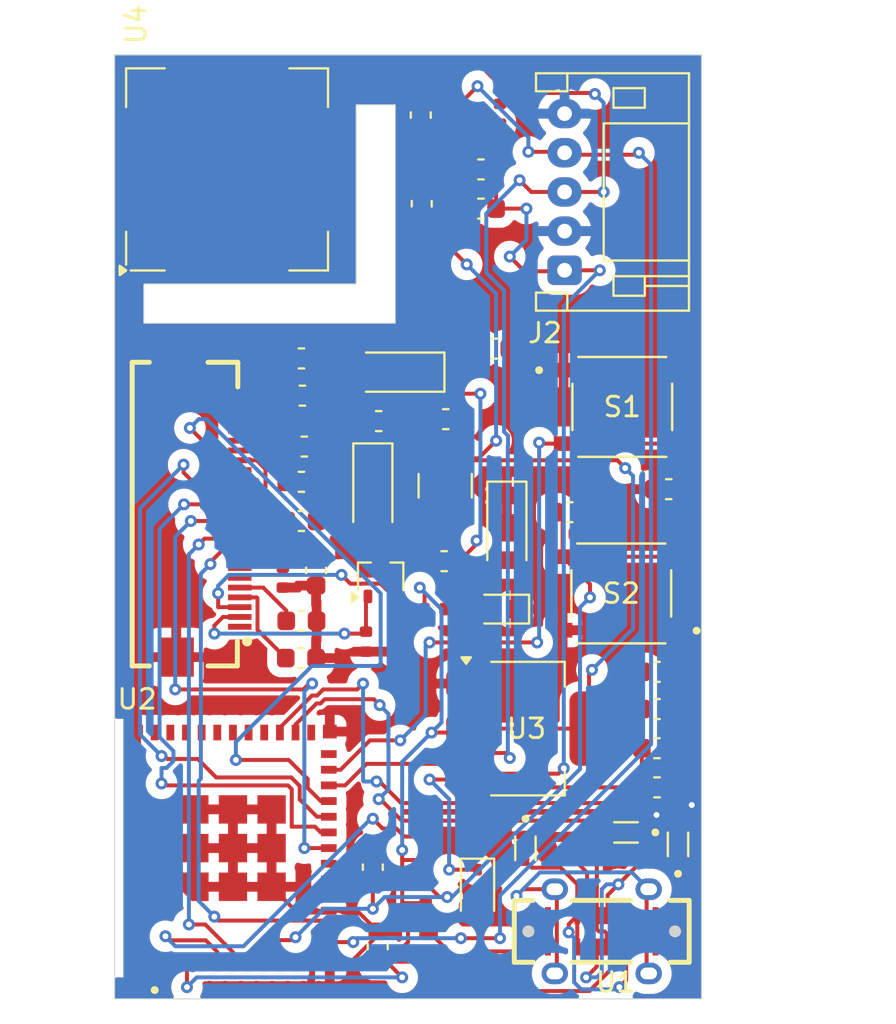
<source format=kicad_pcb>
(kicad_pcb (version 20241229) (generator "pcbnew") (generator_version "9.0")
  (layers (0 "F.Cu" signal) (2 "B.Cu" signal) (13 "F.Paste" user) (15 "B.Paste" user) (5 "F.SilkS" user "F.Silkscreen") (7 "B.SilkS" user "B.Silkscreen") (1 "F.Mask" user) (3 "B.Mask" user) (25 "Edge.Cuts" user))
  (net 0 "")
  (net 1 "GND")
  (net 2 "PREVGH")
  (net 3 "+3.3V")
  (net 4 "PREVGL")
  (net 5 "+5V")
  (net 6 "GPIO9")
  (net 7 "CHIP_PU")
  (net 8 "VBUS")
  (net 9 "D-")
  (net 10 "D+")
  (net 11 "SCL")
  (net 12 "SDA")
  (net 13 "SCLK")
  (net 14 "DC")
  (net 15 "CS")
  (net 16 "RES")
  (net 17 "GDR")
  (net 18 "BUSY")
  (net 19 "SDI")
  (net 20 "RESE")
  (net 21 "GPIO2")
  (net 22 "Net-(U1-CC1)")
  (net 23 "Net-(U1-CC2)")
  (net 25 "unconnected-(U1-EH-Pad0)")
  (net 30 "Net-(FPC1-Pad8)")
  (net 32 "Net-(C12-Pad2)")
  (net 33 "Net-(C14-Pad2)")
  (net 34 "Net-(D10-K)")
  (net 35 "Net-(D12-A)")
  (net 36 "Net-(C20-Pad2)")
  (net 37 "Net-(C21-Pad1)")
  (net 38 "Net-(C22-Pad1)")
  (net 39 "Net-(C23-Pad2)")
  (net 40 "Net-(C24-Pad2)")
  (net 41 "Net-(C25-Pad2)")
  (net 42 "Net-(D9-A)")
  (footprint "Library:FPC-SMD_24P-P0.50_FPC-05FB-24PH20" (layer "F.Cu") (at 91.775 94.25 -90)
    (property "Reference" "FPC1" (hide yes))
    (property "Value" "~")
  )
  (footprint "Capacitor_SMD:C_0603_1608Metric" (layer "F.Cu") (at 103.925 89.4 180)
    (property "Reference" "C18" (hide yes))
    (property "Value" "4.7uf/25V")
  )
  (footprint "Capacitor_SMD:C_0603_1608Metric" (layer "F.Cu") (at 103.85 96.65 180)
    (property "Reference" "C17" (hide yes))
    (property "Value" "4.7uf/25V")
  )
  (footprint "Capacitor_SMD:C_0603_1608Metric" (layer "F.Cu") (at 100.2 112.275 -90)
    (property "Reference" "C4" (hide yes))
    (property "Value" "1uf/50V")
  )
  (footprint "Capacitor_SMD:C_0603_1608Metric" (layer "F.Cu") (at 96.55 94.6)
    (property "Reference" "C21" (hide yes))
    (property "Value" "1uf/50V")
  )
  (footprint "LED_SMD:LED_0603_1608Metric" (layer "F.Cu") (at 106.7 99.1 180)
    (property "Reference" "D9" (hide yes))
    (property "Value" "LED")
  )
  (footprint "Sensor:Sensirion_SCD4x-1EP_10.1x10.1mm_P1.25mm_EP4.8x4.8mm" (layer "F.Cu") (at 92.75 76.65 90)
    (property "Reference" "U4")
    (property "Value" "SCD40-D-R1")
  )
  (footprint "Diode_SMD:D_SOD-323" (layer "F.Cu") (at 105.55 113.45 -90)
    (property "Reference" "D5" (hide yes))
    (property "Value" "1N5819WS")
  )
  (footprint "Capacitor_SMD:C_0603_1608Metric" (layer "F.Cu") (at 97.3 97.125 90)
    (property "Reference" "C20" (hide yes))
    (property "Value" "1uf/50V")
  )
  (footprint "Capacitor_SMD:C_0603_1608Metric" (layer "F.Cu") (at 106.4 85.8)
    (property "Reference" "C13" (hide yes))
    (property "Value" "4.7uf/25V")
  )
  (footprint "Connector_JST:JST_PH_S5B-PH-K_1x05_P2.00mm_Horizontal" (layer "F.Cu") (at 110 81.8 90)
    (property "Reference" "J2")
    (property "Value" "Conn_01x05")
  )
  (footprint "Diode_SMD:D_SOD-123" (layer "F.Cu") (at 107.05 94.95 -90)
    (property "Reference" "D11" (hide yes))
    (property "Value" "MBR0530")
  )
  (footprint "Resistor_SMD:R_0402_1005Metric" (layer "F.Cu") (at 99.85 100.76 90)
    (property "Reference" "R11" (hide yes))
    (property "Value" "10kR")
  )
  (footprint "Capacitor_SMD:C_0603_1608Metric" (layer "F.Cu") (at 102.7 78.4 90)
    (property "Reference" "C16" (hide yes))
    (property "Value" "4.7uf/25V")
  )
  (footprint "Capacitor_SMD:C_0603_1608Metric" (layer "F.Cu") (at 96.55 86.3 180)
    (property "Reference" "C25" (hide yes))
    (property "Value" "1uf/50V")
  )
  (footprint "Diode_SMD:D_SOD-123" (layer "F.Cu") (at 101.5 87 180)
    (property "Reference" "D10" (hide yes))
    (property "Value" "MBR0530")
  )
  (footprint "Resistor_SMD:R_0402_1005Metric" (layer "F.Cu") (at 110.35 111.24 -90)
    (property "Reference" "R5" (hide yes))
    (property "Value" "5kR")
  )
  (footprint "Capacitor_SMD:C_0603_1608Metric" (layer "F.Cu") (at 114.725 108.2)
    (property "Reference" "C7" (hide yes))
    (property "Value" "0.1uf/50V")
  )
  (footprint "Resistor_SMD:R_0402_1005Metric" (layer "F.Cu") (at 102.9 111.4 -90)
    (property "Reference" "R3" (hide yes))
    (property "Value" "10kR")
  )
  (footprint "Capacitor_SMD:C_0603_1608Metric" (layer "F.Cu") (at 100.5 89.5)
    (property "Reference" "C19" (hide yes))
    (property "Value" "4.7uf/25V")
  )
  (footprint "Capacitor_SMD:C_0603_1608Metric" (layer "F.Cu") (at 110.2625 94.15)
    (property "Reference" "C5" (hide yes))
    (property "Value" "0.1uf/50V")
  )
  (footprint "Capacitor_SMD:C_0603_1608Metric" (layer "F.Cu") (at 115.325 92.975 180)
    (property "Reference" "C3" (hide yes))
    (property "Value" "0.1uf/50V")
  )
  (footprint "Capacitor_SMD:C_0603_1608Metric" (layer "F.Cu") (at 96.6 88.2 180)
    (property "Reference" "C24" (hide yes))
    (property "Value" "4.7uf/25V")
  )
  (footprint "Resistor_SMD:R_0402_1005Metric" (layer "F.Cu") (at 101.35 100.76 90)
    (property "Reference" "R12" (hide yes))
    (property "Value" "0.47R")
  )
  (footprint "Capacitor_SMD:C_0603_1608Metric" (layer "F.Cu") (at 96.55 92.6)
    (property "Reference" "C22" (hide yes))
    (property "Value" "1uf/50V")
  )
  (footprint "custom_footprints:XCVR_ESP32-C3-MINI-1-N4" (layer "F.Cu") (at 90.35 111.3 90)
    (property "Reference" "U2")
    (property "Value" "ESP32-C3-MINI-1-N4")
  )
  (footprint "custom_footprints:TVS_LESD5D5.0CT1G" (layer "F.Cu") (at 108 111.31 -90)
    (property "Reference" "D6" (hide yes))
    (property "Value" "LESD5D5.0CT1G")
  )
  (footprint "custom_footprints:SW_TS-1187A-B-A-B" (layer "F.Cu") (at 112.9 98.3 180)
    (property "Reference" "S2")
    (property "Value" "TS-1187A-B-A-B")
  )
  (footprint "Package_TO_SOT_SMD:SOT-323_SC-70" (layer "F.Cu") (at 100.6 97.45 90)
    (property "Reference" "Q1" (hide yes))
    (property "Value" "Si1308EDL")
  )
  (footprint "Resistor_SMD:R_0402_1005Metric" (layer "F.Cu") (at 103.3525 99.1 180)
    (property "Reference" "R6" (hide yes))
    (property "Value" "10kR")
  )
  (footprint "Capacitor_SMD:C_0603_1608Metric" (layer "F.Cu") (at 105.725 76.65)
    (property "Reference" "C10" (hide yes))
    (property "Value" "4.7uf/25V")
  )
  (footprint "Resistor_SMD:R_0402_1005Metric" (layer "F.Cu") (at 104.8 73.85 -90)
    (property "Reference" "R7" (hide yes))
    (property "Value" "10kR")
  )
  (footprint "Resistor_SMD:R_0402_1005Metric" (layer "F.Cu") (at 105.6 117.2)
    (property "Reference" "R4" (hide yes))
    (property "Value" "5kR")
  )
  (footprint "Capacitor_SMD:C_0603_1608Metric" (layer "F.Cu") (at 96.7 90.8 180)
    (property "Reference" "C23" (hide yes))
    (property "Value" "4.7uf/25V")
  )
  (footprint "Capacitor_SMD:C_0603_1608Metric" (layer "F.Cu") (at 114.725 104.2 180)
    (property "Reference" "C9" (hide yes))
    (property "Value" "10uf/25V")
  )
  (footprint "Package_TO_SOT_SMD:SOT-223-3_TabPin2" (layer "F.Cu") (at 108.1 105.2)
    (property "Reference" "U3")
    (property "Value" "AMS1117-3.3")
  )
  (footprint "Capacitor_SMD:C_0603_1608Metric" (layer "F.Cu") (at 114.725 102.3)
    (property "Reference" "C8" (hide yes))
    (property "Value" "0.1uf/50V")
  )
  (footprint "custom_footprints:TVS_LESD5D5.0CT1G" (layer "F.Cu") (at 115.8 111.11 90)
    (property "Reference" "D7" (hide yes))
    (property "Value" "LESD5D5.0CT1G")
  )
  (footprint "Capacitor_SMD:C_0603_1608Metric" (layer "F.Cu") (at 103.05 116.325 -90)
    (property "Reference" "C1" (hide yes))
    (property "Value" "10uf/25V")
  )
  (footprint "Inductor_SMD:L_1210_3225Metric" (layer "F.Cu") (at 103.9 92.8 -90)
    (property "Reference" "L1" (hide yes))
    (property "Value" "10uH/1A")
  )
  (footprint "Capacitor_SMD:C_0603_1608Metric" (layer "F.Cu") (at 96.55 99.7 180)
    (property "Reference" "C14" (hide yes))
    (property "Value" "4.7uf/25V")
  )
  (footprint "Capacitor_SMD:C_0603_1608Metric" (layer "F.Cu") (at 96.525 101.6 180)
    (property "Reference" "C12" (hide yes))
    (property "Value" "4.7uf/25V")
  )
  (footprint "Resistor_SMD:R_0402_1005Metric" (layer "F.Cu") (at 102.9 113.6 -90)
    (property "Reference" "R1" (hide yes))
    (property "Value" "10kR")
  )
  (footprint "Resistor_SMD:R_0402_1005Metric" (layer "F.Cu") (at 106.7 73.81 -90)
    (property "Reference" "R8" (hide yes))
    (property "Value" "10kR")
  )
  (footprint "Capacitor_SMD:C_0603_1608Metric" (layer "F.Cu") (at 102.65 73.875 -90)
    (property "Reference" "C15" (hide yes))
    (property "Value" "0.1uf/50V")
  )
  (footprint "Capacitor_SMD:C_0603_1608Metric" (layer "F.Cu") (at 105.725 78.65 180)
    (property "Reference" "C11" (hide yes))
    (property "Value" "0.1uf/50V")
  )
  (footprint "Capacitor_SMD:C_0603_1608Metric" (layer "F.Cu") (at 100.45 116.325 90)
    (property "Reference" "C2" (hide yes))
    (property "Value" "0.1uf/50V")
  )
  (footprint "Capacitor_SMD:C_0603_1608Metric" (layer "F.Cu") (at 114.725 106.2 180)
    (property "Reference" "C6" (hide yes))
    (property "Value" "10uf/25V")
  )
  (footprint "Resistor_SMD:R_0402_1005Metric" (layer "F.Cu") (at 95.6 97.49 -90)
    (property "Reference" "R9" (hide yes))
    (property "Value" "3R")
  )
  (footprint "custom_footprints:TVS_LESD5D5.0CT1G" (layer "F.Cu") (at 113.14 110.5 180)
    (property "Reference" "D8" (hide yes))
    (property "Value" "LESD5D5.0CT1G")
  )
  (footprint "custom_footprints:SW_TS-1187A-B-A-B" (layer "F.Cu") (at 112.95 88.775)
    (property "Reference" "S1")
    (property "Value" "TS-1187A-B-A-B")
  )
  (footprint "Diode_SMD:D_SOD-123" (layer "F.Cu") (at 100.2 93 -90)
    (property "Reference" "D12" (hide yes))
    (property "Value" "MBR0530")
  )
  (footprint "USBC_SMD_VERTICAL:TYPE-C-SMD_USB4120-03-C" (layer "F.Cu") (at 111.9 115.55)
    (property "Reference" "U1")
    (property "Value" "~")
    (fp_poly (pts (xy -3.452567 -0.039158) (xy -3.472836 -0.114805) (xy -3.511994 -0.182628) (xy -3.567372 -0.238006) (xy -3.635195 -0.277164) (xy -3.710842 -0.297433) (xy -3.789158 -0.297433) (xy -3.864805 -0.277164) (xy -3.932628 -0.238006) (xy -3.988006 -0.182628) (xy -4.027164 -0.114805) (xy -4.047433 -0.039158) (xy -4.047433 0.039158) (xy -4.027164 0.114805) (xy -3.988006 0.182628) (xy -3.932628 0.238006) (xy -3.864805 0.277164) (xy -3.789158 0.297433) (xy -3.710842 0.297433) (xy -3.635195 0.277164) (xy -3.567372 0.238006) (xy -3.511994 0.182628) (xy -3.472836 0.114805) (xy -3.452567 0.039158)) (fill yes) (layer "Edge.Cuts"))
    (fp_poly (pts (xy 4.047433 -0.039158) (xy 4.027164 -0.114805) (xy 3.988006 -0.182628) (xy 3.932628 -0.238006) (xy 3.864805 -0.277164) (xy 3.789158 -0.297433) (xy 3.710842 -0.297433) (xy 3.635195 -0.277164) (xy 3.567372 -0.238006) (xy 3.511994 -0.182628) (xy 3.472836 -0.114805) (xy 3.452567 -0.039158) (xy 3.452567 0.039158) (xy 3.472836 0.114805) (xy 3.511994 0.182628) (xy 3.567372 0.238006) (xy 3.635195 0.277164) (xy 3.710842 0.297433) (xy 3.789158 0.297433) (xy 3.864805 0.277164) (xy 3.932628 0.238006) (xy 3.988006 0.182628) (xy 4.027164 0.114805) (xy 4.047433 0.039158)) (fill yes) (layer "Edge.Cuts"))
  )
  (gr_line (start 117 119) (end 87 119) (stroke (width 0.05)) (layer "Edge.Cuts"))
  (gr_line (start 88.5 82.5) (end 88.5 84.5) (stroke (width 0.05)) (layer "Edge.Cuts"))
  (gr_line (start 87 119) (end 87 70.8) (stroke (width 0.05)) (layer "Edge.Cuts"))
  (gr_line (start 101.35 84.5) (end 101.35 73.35) (stroke (width 0.05)) (layer "Edge.Cuts"))
  (gr_line (start 87 70.8) (end 117 70.8) (stroke (width 0.05)) (layer "Edge.Cuts"))
  (gr_line (start 99.35 82.5) (end 88.5 82.5) (stroke (width 0.05)) (layer "Edge.Cuts"))
  (gr_line (start 88.5 84.5) (end 101.35 84.5) (stroke (width 0.05)) (layer "Edge.Cuts"))
  (gr_line (start 101.35 73.35) (end 99.35 73.35) (stroke (width 0.05)) (layer "Edge.Cuts"))
  (gr_line (start 117 70.8) (end 117 119) (stroke (width 0.05)) (layer "Edge.Cuts"))
  (gr_line (start 99.35 73.35) (end 99.35 82.5) (stroke (width 0.05)) (layer "Edge.Cuts"))
  (segment (start 107.960004 114.75) (end 109.15 114.75) (width 0.2032) (layer "F.Cu") (net 1))
  (segment (start 93.4 92) (end 92.2 92) (width 0.2032) (layer "F.Cu") (net 1))
  (segment (start 108 110.65) (end 108 110.844684) (width 0.2032) (layer "F.Cu") (net 1))
  (segment (start 105.09 117.2) (end 105.7158 116.5742) (width 0.2032) (layer "F.Cu") (net 1))
  (segment (start 107.510004 115.2) (end 107.960004 114.75) (width 0.2032) (layer "F.Cu") (net 1))
  (segment (start 98.95 117.25) (end 100.45 115.75) (width 0.2032) (layer "F.Cu") (net 1))
  (segment (start 115.6 108.2) (end 116.5 109.1) (width 0.2032) (layer "F.Cu") (net 1))
  (segment (start 108.9258 116.5742) (end 109.15 116.35) (width 0.2032) (layer "F.Cu") (net 1))
  (segment (start 96.25 114.5) (end 95.025 113.275) (width 0.2032) (layer "F.Cu") (net 1))
  (segment (start 98 117.25) (end 98.95 117.25) (width 0.2032) (layer "F.Cu") (net 1))
  (segment (start 100.45 115.75) (end 100.45 115.55) (width 0.2032) (layer "F.Cu") (net 1))
  (segment (start 115.5 108.2) (end 115.6 108.2) (width 0.2032) (layer "F.Cu") (net 1))
  (segment (start 97.1 117.25) (end 97.05 117.2) (width 0.2032) (layer "F.Cu") (net 1))
  (segment (start 104.7 114.144684) (end 104.7 115.1) (width 0.2032) (layer "F.Cu") (net 1))
  (segment (start 98 117.25) (end 97.1 117.25) (width 0.2032) (layer "F.Cu") (net 1))
  (segment (start 114.6902 109.6098) (end 113.8 110.5) (width 0.2032) (layer "F.Cu") (net 1))
  (segment (start 97.95 114.5) (end 96.25 114.5) (width 0.2032) (layer "F.Cu") (net 1))
  (segment (start 105.7158 116.5742) (end 108.9258 116.5742) (width 0.2032) (layer "F.Cu") (net 1))
  (segment (start 108 110.844684) (end 104.7 114.144684) (width 0.2032) (layer "F.Cu") (net 1))
  (segment (start 104.7 115.1) (end 104.8 115.2) (width 0.2032) (layer "F.Cu") (net 1))
  (segment (start 104.8 115.2) (end 107.510004 115.2) (width 0.2032) (layer "F.Cu") (net 1))
  (segment (start 105.09 117.2) (end 104.7 117.2) (width 0.2032) (layer "F.Cu") (net 1))
  (segment (start 99.4 114.5) (end 97.95 114.5) (width 0.2032) (layer "F.Cu") (net 1))
  (segment (start 114.7 109.6098) (end 114.6902 109.6098) (width 0.2032) (layer "F.Cu") (net 1))
  (segment (start 104.7 117.2) (end 103.05 115.55) (width 0.2032) (layer "F.Cu") (net 1))
  (segment (start 100.45 115.55) (end 99.4 114.5) (width 0.2032) (layer "F.Cu") (net 1))
  (via (at 114.7 109.6098) (size 0.61) (drill 0.3) (layers "F.Cu" "B.Cu") (net 1))
  (via (at 116.5 109.1) (size 0.61) (drill 0.3) (layers "F.Cu" "B.Cu") (net 1))
  (segment (start 115.2098 109.1) (end 116.5 109.1) (width 0.2032) (layer "B.Cu") (net 1))
  (segment (start 114.7 109.6098) (end 115.2098 109.1) (width 0.2032) (layer "B.Cu") (net 1))
  (segment (start 100.2 91.35) (end 100.2 89.975) (width 0.2032) (layer "F.Cu") (net 2))
  (segment (start 99.725 89.5) (end 99.425 89.8) (width 0.2032) (layer "F.Cu") (net 2))
  (segment (start 99.425 89.8) (end 95.25115 89.8) (width 0.2032) (layer "F.Cu") (net 2))
  (segment (start 100.2 89.975) (end 99.725 89.5) (width 0.2032) (layer "F.Cu") (net 2))
  (segment (start 95.05115 90) (end 93.4 90) (width 0.2032) (layer "F.Cu") (net 2))
  (segment (start 95.25115 89.8) (end 95.05115 90) (width 0.2032) (layer "F.Cu") (net 2))
  (segment (start 98.9474 76.802599) (end 98.9474 73.183238) (width 0.2032) (layer "F.Cu") (net 3))
  (segment (start 90 73.9884) (end 90 76.938876) (width 0.2032) (layer "F.Cu") (net 3))
  (segment (start 103.45 75.6) (end 102.65 76.4) (width 0.2032) (layer "F.Cu") (net 3))
  (segment (start 90.0442 73.9442) (end 90 73.9884) (width 0.2032) (layer "F.Cu") (net 3))
  (segment (start 103.45 73.9) (end 103.45 75.6) (width 0.2032) (layer "F.Cu") (net 3))
  (segment (start 102.65 77.575) (end 102.7 77.625) (width 0.2032) (layer "F.Cu") (net 3))
  (segment (start 104.8 74.36) (end 106.66 74.36) (width 0.2032) (layer "F.Cu") (net 3))
  (segment (start 100.45 117.1) (end 100.9 117.1) (width 0.2032) (layer "F.Cu") (net 3))
  (segment (start 105 81.5) (end 103.6 80.1) (width 0.2032) (layer "F.Cu") (net 3))
  (segment (start 104.95 105.2) (end 111.25 105.2) (width 0.2032) (layer "F.Cu") (net 3))
  (segment (start 96.35 77.9) (end 95.4558 77.0058) (width 0.2032) (layer "F.Cu") (net 3))
  (segment (start 111.4 102.2) (end 111.25 102.35) (width 0.2032) (layer "F.Cu") (net 3))
  (segment (start 113.95 102.3) (end 113.95 104.2) (width 0.2032) (layer "F.Cu") (net 3))
  (segment (start 101.7 111.4) (end 101.7 114.1) (width 0.2032) (layer "F.Cu") (net 3))
  (segment (start 111.25 102.35) (end 111.25 105.2) (width 0.2032) (layer "F.Cu") (net 3))
  (segment (start 104 91.5) (end 103.9 91.4) (width 0.2032) (layer "F.Cu") (net 3))
  (segment (start 90.7 118.4) (end 90.7 117.25) (width 0.2032) (layer "F.Cu") (net 3))
  (segment (start 104.75 105.4) (end 104.95 105.2) (width 0.2032) (layer "F.Cu") (net 3))
  (segment (start 89.038876 77.9) (end 88.6 77.9) (width 0.2032) (layer "F.Cu") (net 3))
  (segment (start 101.7 111.4) (end 101.7 111.9) (width 0.2032) (layer "F.Cu") (net 3))
  (segment (start 102.65 76.4) (end 102.65 77.575) (width 0.2032) (layer "F.Cu") (net 3))
  (segment (start 103.2 105.4) (end 104.75 105.4) (width 0.2032) (layer "F.Cu") (net 3))
  (segment (start 98.9474 73.183238) (end 99.183238 72.9474) (width 0.2032) (layer "F.Cu") (net 3))
  (segment (start 102.4974 72.9474) (end 102.65 73.1) (width 0.2032) (layer "F.Cu") (net 3))
  (segment (start 106.66 74.36) (end 106.7 74.32) (width 0.2032) (layer "F.Cu") (net 3))
  (segment (start 104.7 90.6) (end 104.7 89.4) (width 0.2032) (layer "F.Cu") (net 3))
  (segment (start 102.65 73.1) (end 103.54 73.1) (width 0.2032) (layer "F.Cu") (net 3))
  (segment (start 111.25 105.2) (end 113.95 102.5) (width 0.2032) (layer "F.Cu") (net 3))
  (segment (start 90.7 117.25) (end 90.65 117.2) (width 0.2032) (layer "F.Cu") (net 3))
  (segment (start 113.95 102.5) (end 113.95 102.3) (width 0.2032) (layer "F.Cu") (net 3))
  (segment (start 113.1 91.9) (end 112.7 91.5) (width 0.2032) (layer "F.Cu") (net 3))
  (segment (start 105.6 91.4) (end 103.9 91.4) (width 0.2032) (layer "F.Cu") (net 3))
  (segment (start 103.54 73.1) (end 104.8 74.36) (width 0.2032) (layer "F.Cu") (net 3))
  (segment (start 102 116.1) (end 101.6 116.5) (width 0.2032) (layer "F.Cu") (net 3))
  (segment (start 102.65 73.1) (end 103.45 73.9) (width 0.2032) (layer "F.Cu") (net 3))
  (segment (start 100.9 117.1) (end 101.7 117.9) (width 0.2032) (layer "F.Cu") (net 3))
  (segment (start 102.9 114.11) (end 101.71 114.11) (width 0.2032) (layer "F.Cu") (net 3))
  (segment (start 103.05 117.1) (end 101.6 117.1) (width 0.2032) (layer "F.Cu") (net 3))
  (segment (start 101.71 111.91) (end 101.7 111.9) (width 0.2032) (layer "F.Cu") (net 3))
  (segment (start 95.4558 77.0058) (end 95.4558 73.9442) (width 0.2032) (layer "F.Cu") (net 3))
  (segment (start 90 76.938876) (end 89.038876 77.9) (width 0.2032) (layer "F.Cu") (net 3))
  (segment (start 106.5 90.5) (end 105.6 91.4) (width 0.2032) (layer "F.Cu") (net 3))
  (segment (start 112.7 91.5) (end 104 91.5) (width 0.2032) (layer "F.Cu") (net 3))
  (segment (start 95.4558 73.9442) (end 90.0442 73.9442) (width 0.2032) (layer "F.Cu") (net 3))
  (segment (start 102.9 111.91) (end 101.71 111.91) (width 0.2032) (layer "F.Cu") (net 3))
  (segment (start 103.6 78.575) (end 102.7 77.675) (width 0.2032) (layer "F.Cu") (net 3))
  (segment (start 96.9 77.9) (end 96.35 77.9) (width 0.2032) (layer "F.Cu") (net 3))
  (segment (start 101.6 117.1) (end 100.45 117.1) (width 0.2032) (layer "F.Cu") (net 3))
  (segment (start 101.71 114.11) (end 101.7 114.1) (width 0.2032) (layer "F.Cu") (net 3))
  (segment (start 97.849999 77.9) (end 98.9474 76.802599) (width 0.2032) (layer "F.Cu") (net 3))
  (segment (start 101.7 114.1) (end 102 114.4) (width 0.2032) (layer "F.Cu") (net 3))
  (segment (start 103.6 80.1) (end 103.6 78.575) (width 0.2032) (layer "F.Cu") (net 3))
  (segment (start 102 114.4) (end 102 116.1) (width 0.2032) (layer "F.Cu") (net 3))
  (segment (start 102.8425 98.2425) (end 102.6 98) (width 0.2032) (layer "F.Cu") (net 3))
  (segment (start 103.9 91.4) (end 104.7 90.6) (width 0.2032) (layer "F.Cu") (net 3))
  (segment (start 96.9 77.9) (end 97.849999 77.9) (width 0.2032) (layer "F.Cu") (net 3))
  (segment (start 101.6 116.5) (end 101.6 117.1) (width 0.2032) (layer "F.Cu") (net 3))
  (segment (start 102.8425 99.1) (end 102.8425 98.2425) (width 0.2032) (layer "F.Cu") (net 3))
  (segment (start 102.7 77.675) (end 102.7 77.625) (width 0.2032) (layer "F.Cu") (net 3))
  (segment (start 99.183238 72.9474) (end 102.4974 72.9474) (width 0.2032) (layer "F.Cu") (net 3))
  (via (at 103.2 105.4) (size 0.61) (drill 0.3) (layers "F.Cu" "B.Cu") (net 3))
  (via (at 106.5 90.5) (size 0.61) (drill 0.3) (layers "F.Cu" "B.Cu") (net 3))
  (via (at 101.7 117.9) (size 0.61) (drill 0.3) (layers "F.Cu" "B.Cu") (net 3))
  (via (at 101.7 111.4) (size 0.61) (drill 0.3) (layers "F.Cu" "B.Cu") (net 3))
  (via (at 102.6 98) (size 0.61) (drill 0.3) (layers "F.Cu" "B.Cu") (net 3))
  (via (at 111.4 102.2) (size 0.61) (drill 0.3) (layers "F.Cu" "B.Cu") (net 3))
  (via (at 113.1 91.9) (size 0.61) (drill 0.3) (layers "F.Cu" "B.Cu") (net 3))
  (via (at 105 81.5) (size 0.61) (drill 0.3) (layers "F.Cu" "B.Cu") (net 3))
  (via (at 90.7 118.4) (size 0.61) (drill 0.3) (layers "F.Cu" "B.Cu") (net 3))
  (segment (start 113.1 91.9) (end 113.5 92.3) (width 0.2032) (layer "B.Cu") (net 3))
  (segment (start 103.7108 99.1108) (end 103.7108 104.8892) (width 0.2032) (layer "B.Cu") (net 3))
  (segment (start 101.7 117.9) (end 91.2 117.9) (width 0.2032) (layer "B.Cu") (net 3))
  (segment (start 113.5 100.1) (end 111.4 102.2) (width 0.2032) (layer "B.Cu") (net 3))
  (segment (start 91.2 117.9) (end 90.7 118.4) (width 0.2032) (layer "B.Cu") (net 3))
  (segment (start 106.5 83) (end 106.5 90.5) (width 0.2032) (layer "B.Cu") (net 3))
  (segment (start 105 81.5) (end 106.5 83) (width 0.2032) (layer "B.Cu") (net 3))
  (segment (start 102.6 98) (end 103.7108 99.1108) (width 0.2032) (layer "B.Cu") (net 3))
  (segment (start 101.7 106.9) (end 103.2 105.4) (width 0.2032) (layer "B.Cu") (net 3))
  (segment (start 103.7108 104.8892) (end 103.2 105.4) (width 0.2032) (layer "B.Cu") (net 3))
  (segment (start 101.7 111.4) (end 101.7 106.9) (width 0.2032) (layer "B.Cu") (net 3))
  (segment (start 113.5 92.3) (end 113.5 100.1) (width 0.2032) (layer "B.Cu") (net 3))
  (segment (start 94.2616 89) (end 93.4 89) (width 0.2032) (layer "F.Cu") (net 4))
  (segment (start 105.625 85.8) (end 104.4 85.8) (width 0.2032) (layer "F.Cu") (net 4))
  (segment (start 99.85 87) (end 99.45 87.4) (width 0.2032) (layer "F.Cu") (net 4))
  (segment (start 99.45 87.4) (end 95.07615 87.4) (width 0.2032) (layer "F.Cu") (net 4))
  (segment (start 94.8808 87.59535) (end 94.8808 88.3808) (width 0.2032) (layer "F.Cu") (net 4))
  (segment (start 95.07615 87.4) (end 94.8808 87.59535) (width 0.2032) (layer "F.Cu") (net 4))
  (segment (start 104.4 85.8) (end 103.6 85) (width 0.2032) (layer "F.Cu") (net 4))
  (segment (start 94.8808 88.3808) (end 94.2616 89) (width 0.2032) (layer "F.Cu") (net 4))
  (segment (start 103.6 85) (end 101.85 85) (width 0.2032) (layer "F.Cu") (net 4))
  (segment (start 101.85 85) (end 99.85 87) (width 0.2032) (layer "F.Cu") (net 4))
  (segment (start 109.684524 107.5) (end 104.95 107.5) (width 0.2032) (layer "F.Cu") (net 5))
  (segment (start 110 81.8) (end 109.65 81.8) (width 0.2032) (layer "F.Cu") (net 5))
  (segment (start 104.65 107.8) (end 104.95 107.5) (width 0.2032) (layer "F.Cu") (net 5))
  (segment (start 110 81.8) (end 111.8 81.8) (width 0.2032) (layer "F.Cu") (net 5))
  (segment (start 113.95 108.2) (end 105.65 108.2) (width 0.2032) (layer "F.Cu") (net 5))
  (segment (start 105.65 108.2) (end 104.95 107.5) (width 0.2032) (layer "F.Cu") (net 5))
  (segment (start 107.2 81.1) (end 107.95 81.85) (width 0.2032) (layer "F.Cu") (net 5))
  (segment (start 109.958921 107.225603) (end 109.684524 107.5) (width 0.2032) (layer "F.Cu") (net 5))
  (segment (start 103.1 107.8) (end 104.65 107.8) (width 0.2032) (layer "F.Cu") (net 5))
  (segment (start 106.5 78.65) (end 108.05 78.65) (width 0.2032) (layer "F.Cu") (net 5))
  (segment (start 109.95 81.85) (end 110 81.8) (width 0.2032) (layer "F.Cu") (net 5))
  (segment (start 107.95 81.85) (end 109.95 81.85) (width 0.2032) (layer "F.Cu") (net 5))
  (segment (start 106.5 76.65) (end 106.5 78.65) (width 0.2032) (layer "F.Cu") (net 5))
  (segment (start 104.1 112.4) (end 105.55 112.4) (width 0.2032) (layer "F.Cu") (net 5))
  (segment (start 113.95 106.2) (end 113.95 108.2) (width 0.2032) (layer "F.Cu") (net 5))
  (via (at 109.958921 107.225603) (size 0.61) (drill 0.3) (layers "F.Cu" "B.Cu") (net 5))
  (via (at 103.1 107.8) (size 0.61) (drill 0.3) (layers "F.Cu" "B.Cu") (net 5))
  (via (at 108.05 78.65) (size 0.61) (drill 0.3) (layers "F.Cu" "B.Cu") (net 5))
  (via (at 111.8 81.8) (size 0.61) (drill 0.3) (layers "F.Cu" "B.Cu") (net 5))
  (via (at 107.2 81.1) (size 0.61) (drill 0.3) (layers "F.Cu" "B.Cu") (net 5))
  (via (at 104.1 112.4) (size 0.61) (drill 0.3) (layers "F.Cu" "B.Cu") (net 5))
  (segment (start 111.8 81.8) (end 109.958921 83.641079) (width 0.2032) (layer "B.Cu") (net 5))
  (segment (start 104.1 108.8) (end 103.1 107.8) (width 0.2032) (layer "B.Cu") (net 5))
  (segment (start 108.05 80.25) (end 107.2 81.1) (width 0.2032) (layer "B.Cu") (net 5))
  (segment (start 109.958921 83.641079) (end 109.958921 107.225603) (width 0.2032) (layer "B.Cu") (net 5))
  (segment (start 108.05 78.65) (end 108.05 80.25) (width 0.2032) (layer "B.Cu") (net 5))
  (segment (start 104.1 112.4) (end 104.1 108.8) (width 0.2032) (layer "B.Cu") (net 5))
  (segment (start 100.0532 105.8) (end 98.5532 107.3) (width 0.2032) (layer "F.Cu") (net 6))
  (segment (start 109.95 90.65) (end 115.95 90.65) (width 0.2032) (layer "F.Cu") (net 6))
  (segment (start 109.95 90.65) (end 108.75 90.65) (width 0.2032) (layer "F.Cu") (net 6))
  (segment (start 108.75 90.65) (end 108.7 90.6) (width 0.2032) (layer "F.Cu") (net 6))
  (segment (start 116.1 92.975) (end 116.1 90.8) (width 0.2032) (layer "F.Cu") (net 6))
  (segment (start 101.6 105.8) (end 100.0532 105.8) (width 0.2032) (layer "F.Cu") (net 6))
  (segment (start 98.5532 107.3) (end 97.95 107.3) (width 0.2032) (layer "F.Cu") (net 6))
  (segment (start 108.6 100.8) (end 103.1 100.8) (width 0.2032) (layer "F.Cu") (net 6))
  (via (at 103.1 100.8) (size 0.61) (drill 0.3) (layers "F.Cu" "B.Cu") (net 6))
  (via (at 108.7 90.6) (size 0.61) (drill 0.3) (layers "F.Cu" "B.Cu") (net 6))
  (via (at 108.6 100.8) (size 0.61) (drill 0.3) (layers "F.Cu" "B.Cu") (net 6))
  (via (at 101.6 105.8) (size 0.61) (drill 0.3) (layers "F.Cu" "B.Cu") (net 6))
  (segment (start 101.6 105.8) (end 102.9 104.5) (width 0.2032) (layer "B.Cu") (net 6))
  (segment (start 108.7 100.7) (end 108.6 100.8) (width 0.2032) (layer "B.Cu") (net 6))
  (segment (start 108.7 90.6) (end 108.7 100.7) (width 0.2032) (layer "B.Cu") (net 6))
  (segment (start 102.9 101) (end 103.1 100.8) (width 0.2032) (layer "B.Cu") (net 6))
  (segment (start 102.9 104.5) (end 102.9 101) (width 0.2032) (layer "B.Cu") (net 6))
  (segment (start 96.25 115.85) (end 96.1 116) (width 0.2032) (layer "F.Cu") (net 7))
  (segment (start 104 113.8) (end 103.61 113.8) (width 0.2032) (layer "F.Cu") (net 7))
  (segment (start 100.2 114.4) (end 100.2 113.05) (width 0.2032) (layer "F.Cu") (net 7))
  (segment (start 109.9 96.425) (end 111.3 97.825) (width 0.2032) (layer "F.Cu") (net 7))
  (segment (start 95.4384 116) (end 94.65 116.7884) (width 0.2032) (layer "F.Cu") (net 7))
  (segment (start 103.61 113.8) (end 102.9 113.09) (width 0.2032) (layer "F.Cu") (net 7))
  (segment (start 96.1 116) (end 95.4384 116) (width 0.2032) (layer "F.Cu") (net 7))
  (segment (start 109.9 96.425) (end 115.9 96.425) (width 0.2032) (layer "F.Cu") (net 7))
  (segment (start 94.65 116.7884) (end 94.65 117.2) (width 0.2032) (layer "F.Cu") (net 7))
  (segment (start 111.3 97.825) (end 111.3 98.5) (width 0.2032) (layer "F.Cu") (net 7))
  (segment (start 109.9 96.425) (end 109.9 94.5625) (width 0.2032) (layer "F.Cu") (net 7))
  (segment (start 109.9 94.5625) (end 109.4875 94.15) (width 0.2032) (layer "F.Cu") (net 7))
  (via (at 104 113.8) (size 0.61) (drill 0.3) (layers "F.Cu" "B.Cu") (net 7))
  (via (at 111.3 98.5) (size 0.61) (drill 0.3) (layers "F.Cu" "B.Cu") (net 7))
  (via (at 96.25 115.85) (size 0.61) (drill 0.3) (layers "F.Cu" "B.Cu") (net 7))
  (via (at 100.2 114.4) (size 0.61) (drill 0.3) (layers "F.Cu" "B.Cu") (net 7))
  (segment (start 100.8 113.8) (end 104 113.8) (width 0.2032) (layer "B.Cu") (net 7))
  (segment (start 104 113.8) (end 104.248326 113.8) (width 0.2032) (layer "B.Cu") (net 7))
  (segment (start 110.7892 99.0108) (end 111.3 98.5) (width 0.2032) (layer "B.Cu") (net 7))
  (segment (start 96.25 115.85) (end 97.7 114.4) (width 0.2032) (layer "B.Cu") (net 7))
  (segment (start 97.7 114.4) (end 100.2 114.4) (width 0.2032) (layer "B.Cu") (net 7))
  (segment (start 104.248326 113.8) (end 110.7892 107.259126) (width 0.2032) (layer "B.Cu") (net 7))
  (segment (start 110.7892 107.259126) (end 110.7892 99.0108) (width 0.2032) (layer "B.Cu") (net 7))
  (segment (start 100.2 114.4) (end 100.8 113.8) (width 0.2032) (layer "B.Cu") (net 7))
  (segment (start 108.33 112.3) (end 108 111.97) (width 0.2032) (layer "F.Cu") (net 8))
  (segment (start 113.15 114.75) (end 113.15 116.35) (width 0.2032) (layer "F.Cu") (net 8))
  (segment (start 110.65 113.15) (end 109.8 112.3) (width 0.2032) (layer "F.Cu") (net 8))
  (segment (start 110.2156 115.1844) (end 110.65 114.75) (width 0.2032) (layer "F.Cu") (net 8))
  (segment (start 107.48 111.97) (end 105.55 113.9) (width 0.2032) (layer "F.Cu") (net 8))
  (segment (start 108 111.97) (end 107.48 111.97) (width 0.2032) (layer "F.Cu") (net 8))
  (segment (start 105.55 113.9) (end 105.55 114.5) (width 0.2032) (layer "F.Cu") (net 8))
  (segment (start 110.65 114.75) (end 110.65 116.35) (width 0.2032) (layer "F.Cu") (net 8))
  (segment (start 113.15 116.35) (end 113.15 118.05) (width 0.2032) (layer "F.Cu") (net 8))
  (segment (start 110.65 114.75) (end 110.65 113.15) (width 0.2032) (layer "F.Cu") (net 8))
  (segment (start 109.8 112.3) (end 108.33 112.3) (width 0.2032) (layer "F.Cu") (net 8))
  (segment (start 110.2156 115.6) (end 110.2156 115.1844) (width 0.2032) (layer "F.Cu") (net 8))
  (segment (start 113.15 118.05) (end 112.8 118.4) (width 0.2032) (layer "F.Cu") (net 8))
  (via (at 110.2156 115.6) (size 0.61) (drill 0.3) (layers "F.Cu" "B.Cu") (net 8))
  (via (at 112.8 118.4) (size 0.61) (drill 0.3) (layers "F.Cu" "B.Cu") (net 8))
  (segment (start 110.846998 118.5108) (end 110.4892 118.153002) (width 0.2032) (layer "B.Cu") (net 8))
  (segment (start 112.8 118.4) (end 112.6892 118.5108) (width 0.2032) (layer "B.Cu") (net 8))
  (segment (start 112.6892 118.5108) (end 110.846998 118.5108) (width 0.2032) (layer "B.Cu") (net 8))
  (segment (start 110.4892 118.153002) (end 110.4892 115.8736) (width 0.2032) (layer "B.Cu") (net 8))
  (segment (start 110.4892 115.8736) (end 110.2156 115.6) (width 0.2032) (layer "B.Cu") (net 8))
  (segment (start 115.8 109.8) (end 115.8 110.45) (width 0.2032) (layer "F.Cu") (net 9))
  (segment (start 112.1942 114.0092) (end 112.1942 114.7058) (width 0.2032) (layer "F.Cu") (net 9))
  (segment (start 115.45 110.45) (end 115.8 110.45) (width 0.2032) (layer "F.Cu") (net 9))
  (segment (start 112.1942 114.7058) (end 112.15 114.75) (width 0.2032) (layer "F.Cu") (net 9))
  (segment (start 101.644202 109) (end 115 109) (width 0.2032) (layer "F.Cu") (net 9))
  (segment (start 111.6942 116.3942) (end 111.65 116.35) (width 0.2032) (layer "F.Cu") (net 9))
  (segment (start 99.4 103.2) (end 97.663802 103.2) (width 0.2032) (layer "F.Cu") (net 9))
  (segment (start 111.65 117.35) (end 111.65 116.35) (width 0.2032) (layer "F.Cu") (net 9))
  (segment (start 99.7 102.9) (end 99.4 103.2) (width 0.2032) (layer "F.Cu") (net 9))
  (segment (start 97.353002 103.5108) (end 97.0892 103.5108) (width 0.2032) (layer "F.Cu") (net 9))
  (segment (start 95.45 105.15) (end 95.45 105.4) (width 0.2032) (layer "F.Cu") (net 9))
  (segment (start 97.663802 103.2) (end 97.353002 103.5108) (width 0.2032) (layer "F.Cu") (net 9))
  (segment (start 112.75 113.15) (end 112.2 113.7) (width 0.2032) (layer "F.Cu") (net 9))
  (segment (start 112.2 114.0092) (end 112.1942 114.0092) (width 0.2032) (layer "F.Cu") (net 9))
  (segment (start 97.0892 103.5108) (end 95.45 105.15) (width 0.2032) (layer "F.Cu") (net 9))
  (segment (start 112.2 113.7) (end 112.2 114.0092) (width 0.2032) (layer "F.Cu") (net 9))
  (segment (start 111.1 117.9) (end 111.65 117.35) (width 0.2032) (layer "F.Cu") (net 9))
  (segment (start 115 109) (end 115.8 109.8) (width 0.2032) (layer "F.Cu") (net 9))
  (segment (start 100.544202 107.9) (end 101.644202 109) (width 0.2032) (layer "F.Cu") (net 9))
  (segment (start 100.3902 107.9) (end 100.544202 107.9) (width 0.2032) (layer "F.Cu") (net 9))
  (segment (start 112.75 113.15) (end 115.45 110.45) (width 0.2032) (layer "F.Cu") (net 9))
  (via (at 99.7 102.9) (size 0.61) (drill 0.3) (layers "F.Cu" "B.Cu") (net 9))
  (via (at 111.1 117.9) (size 0.61) (drill 0.3) (layers "F.Cu" "B.Cu") (net 9))
  (via (at 112.75 113.15) (size 0.61) (drill 0.3) (layers "F.Cu" "B.Cu") (net 9))
  (via (at 100.3902 107.9) (size 0.61) (drill 0.3) (layers "F.Cu" "B.Cu") (net 9))
  (segment (start 99.7402 107.9) (end 99.7 107.8598) (width 0.2032) (layer "B.Cu") (net 9))
  (segment (start 112.15 113.15) (end 111.9 113.4) (width 0.2032) (layer "B.Cu") (net 9))
  (segment (start 111.9 113.4) (end 111.9 117.65) (width 0.2032) (layer "B.Cu") (net 9))
  (segment (start 111.9 117.65) (end 111.65 117.9) (width 0.2032) (layer "B.Cu") (net 9))
  (segment (start 112.75 113.15) (end 112.15 113.15) (width 0.2032) (layer "B.Cu") (net 9))
  (segment (start 100.3902 107.9) (end 99.7402 107.9) (width 0.2032) (layer "B.Cu") (net 9))
  (segment (start 99.7 107.8598) (end 99.7 102.9) (width 0.2032) (layer "B.Cu") (net 9))
  (segment (start 111.65 117.9) (end 111.1 117.9) (width 0.2032) (layer "B.Cu") (net 9))
  (segment (start 112.14 110.84) (end 112.48 110.5) (width 0.2032) (layer "F.Cu") (net 10))
  (segment (start 111.65 115.4466) (end 111.65 114.75) (width 0.2032) (layer "F.Cu") (net 10))
  (segment (start 100.5 108.8) (end 100.5804 108.8) (width 0.2032) (layer "F.Cu") (net 10))
  (segment (start 111.65 111.63) (end 112.14 111.14) (width 0.2032) (layer "F.Cu") (net 10))
  (segment (start 101.6804 109.9) (end 111.34 109.9) (width 0.2032) (layer "F.Cu") (net 10))
  (segment (start 97.739953 103.7) (end 97.521752 103.9182) (width 0.2032) (layer "F.Cu") (net 10))
  (segment (start 97.521752 103.9182) (end 97.3202 103.9182) (width 0.2032) (layer "F.Cu") (net 10))
  (segment (start 111.7551 115.5517) (end 111.65 115.4466) (width 0.2032) (layer "F.Cu") (net 10))
  (segment (start 97.3202 103.9182) (end 96.25 104.9884) (width 0.2032) (layer "F.Cu") (net 10))
  (segment (start 111.34 109.9) (end 111.94 110.5) (width 0.2032) (layer "F.Cu") (net 10))
  (segment (start 111.65 114.75) (end 111.65 111.63) (width 0.2032) (layer "F.Cu") (net 10))
  (segment (start 100.25 103.7) (end 97.739953 103.7) (width 0.2032) (layer "F.Cu") (net 10))
  (segment (start 112.14 111.14) (end 112.14 110.84) (width 0.2032) (layer "F.Cu") (net 10))
  (segment (start 100.55 104) (end 100.25 103.7) (width 0.2032) (layer "F.Cu") (net 10))
  (segment (start 112.0483 115.5517) (end 111.7551 115.5517) (width 0.2032) (layer "F.Cu") (net 10))
  (segment (start 96.25 104.9884) (end 96.25 105.4) (width 0.2032) (layer "F.Cu") (net 10))
  (segment (start 112.15 116.35) (end 112.15 115.6534) (width 0.2032) (layer "F.Cu") (net 10))
  (segment (start 111.94 110.5) (end 112.48 110.5) (width 0.2032) (layer "F.Cu") (net 10))
  (segment (start 100.5804 108.8) (end 101.6804 109.9) (width 0.2032) (layer "F.Cu") (net 10))
  (segment (start 112.15 115.6534) (end 112.0483 115.5517) (width 0.2032) (layer "F.Cu") (net 10))
  (via (at 100.5 108.8) (size 0.61) (drill 0.3) (layers "F.Cu" "B.Cu") (net 10))
  (via (at 100.55 104) (size 0.61) (drill 0.3) (layers "F.Cu" "B.Cu") (net 10))
  (segment (start 100.9892 106.053002) (end 100.9892 105.546998) (width 0.2032) (layer "B.Cu") (net 10))
  (segment (start 101 105.536198) (end 101 104.45) (width 0.2032) (layer "B.Cu") (net 10))
  (segment (start 101 108.3) (end 101 106.063802) (width 0.2032) (layer "B.Cu") (net 10))
  (segment (start 100.5 108.8) (end 101 108.3) (width 0.2032) (layer "B.Cu") (net 10))
  (segment (start 101 104.45) (end 100.55 104) (width 0.2032) (layer "B.Cu") (net 10))
  (segment (start 101 106.063802) (end 100.9892 106.053002) (width 0.2032) (layer "B.Cu") (net 10))
  (segment (start 100.9892 105.546998) (end 101 105.536198) (width 0.2032) (layer "B.Cu") (net 10))
  (segment (start 106.7 115.9) (end 104.7 115.9) (width 0.2032) (layer "F.Cu") (net 11))
  (segment (start 99.4 71.95) (end 98.54 72.81) (width 0.2032) (layer "F.Cu") (net 11))
  (segment (start 103.679999 71.95) (end 99.4 71.95) (width 0.2032) (layer "F.Cu") (net 11))
  (segment (start 109.95 75.75) (end 110 75.8) (width 0.2032) (layer "F.Cu") (net 11))
  (segment (start 108.15 75.75) (end 109.95 75.75) (width 0.2032) (layer "F.Cu") (net 11))
  (segment (start 104.8 73.070001) (end 103.679999 71.95) (width 0.2032) (layer "F.Cu") (net 11))
  (segment (start 99.2 116.1) (end 97.95 116.1) (width 0.2032) (layer "F.Cu") (net 11))
  (segment (start 110 75.8) (end 110.1 75.9) (width 0.2032) (layer "F.Cu") (net 11))
  (segment (start 104.8 73.34) (end 104.8 73.15) (width 0.2032) (layer "F.Cu") (net 11))
  (segment (start 104.8 73.34) (end 104.8 73.070001) (width 0.2032) (layer "F.Cu") (net 11))
  (segment (start 98.54 72.81) (end 98.54 74.709999) (width 0.2032) (layer "F.Cu") (net 11))
  (segment (start 98.54 74.709999) (end 97.849999 75.4) (width 0.2032) (layer "F.Cu") (net 11))
  (segment (start 97.849999 75.4) (end 96.9 75.4) (width 0.2032) (layer "F.Cu") (net 11))
  (segment (start 113.7 75.9) (end 113.8 75.8) (width 0.2032) (layer "F.Cu") (net 11))
  (segment (start 104.8 73.15) (end 105.55 72.4) (width 0.2032) (layer "F.Cu") (net 11))
  (segment (start 110.1 75.9) (end 113.7 75.9) (width 0.2032) (layer "F.Cu") (net 11))
  (via (at 104.7 115.9) (size 0.61) (drill 0.3) (layers "F.Cu" "B.Cu") (net 11))
  (via (at 113.8 75.8) (size 0.61) (drill 0.3) (layers "F.Cu" "B.Cu") (net 11))
  (via (at 106.7 115.9) (size 0.61) (drill 0.3) (layers "F.Cu" "B.Cu") (net 11))
  (via (at 105.55 72.4) (size 0.61) (drill 0.3) (layers "F.Cu" "B.Cu") (net 11))
  (via (at 108.15 75.75) (size 0.61) (drill 0.3) (layers "F.Cu" "B.Cu") (net 11))
  (via (at 99.2 116.1) (size 0.61) (drill 0.3) (layers "F.Cu" "B.Cu") (net 11))
  (segment (start 114.420587 106.000892) (end 106.7 113.721479) (width 0.2032) (layer "B.Cu") (net 11))
  (segment (start 106.7 113.721479) (end 106.7 115.9) (width 0.2032) (layer "B.Cu") (net 11))
  (segment (start 108.15 75.75) (end 108.15 75) (width 0.2032) (layer "B.Cu") (net 11))
  (segment (start 113.8 75.8) (end 114.420587 76.420587) (width 0.2032) (layer "B.Cu") (net 11))
  (segment (start 114.420587 76.420587) (end 114.420587 106.000892) (width 0.2032) (layer "B.Cu") (net 11))
  (segment (start 108.15 75) (end 105.55 72.4) (width 0.2032) (layer "B.Cu") (net 11))
  (segment (start 104.7 115.9) (end 99.4 115.9) (width 0.2032) (layer "B.Cu") (net 11))
  (segment (start 99.4 115.9) (end 99.2 116.1) (width 0.2032) (layer "B.Cu") (net 11))
  (segment (start 96.9 73.725001) (end 96.9 74.15) (width 0.2032) (layer "F.Cu") (net 12))
  (segment (start 98.781951 108.1) (end 99.881951 107) (width 0.2032) (layer "F.Cu") (net 12))
  (segment (start 106.7 72.35) (end 105.65 71.3) (width 0.2032) (layer "F.Cu") (net 12))
  (segment (start 99.325001 71.3) (end 96.9 73.725001) (width 0.2032) (layer "F.Cu") (net 12))
  (segment (start 99.881951 107) (end 103.487202 107) (width 0.2032) (layer "F.Cu") (net 12))
  (segment (start 106.7 73.3) (end 106.7 72.35) (width 0.2032) (layer "F.Cu") (net 12))
  (segment (start 106.9442 106.4442) (end 107.2 106.7) (width 0.2032) (layer "F.Cu") (net 12))
  (segment (start 108.3 77.8) (end 107.7 77.2) (width 0.2032) (layer "F.Cu") (net 12))
  (segment (start 97.95 108.1) (end 98.781951 108.1) (width 0.2032) (layer "F.Cu") (net 12))
  (segment (start 103.487202 107) (end 104.043002 106.4442) (width 0.2032) (layer "F.Cu") (net 12))
  (segment (start 112 77.8) (end 110 77.8) (width 0.2032) (layer "F.Cu") (net 12))
  (segment (start 107.2526 72.7474) (end 111.4974 72.7474) (width 0.2032) (layer "F.Cu") (net 12))
  (segment (start 110 77.8) (end 108.3 77.8) (width 0.2032) (layer "F.Cu") (net 12))
  (segment (start 106.7 73.3) (end 107.2526 72.7474) (width 0.2032) (layer "F.Cu") (net 12))
  (segment (start 111.4974 72.7474) (end 111.55 72.8) (width 0.2032) (layer "F.Cu") (net 12))
  (segment (start 105.65 71.3) (end 99.325001 71.3) (width 0.2032) (layer "F.Cu") (net 12))
  (segment (start 104.043002 106.4442) (end 106.9442 106.4442) (width 0.2032) (layer "F.Cu") (net 12))
  (via (at 107.7 77.2) (size 0.61) (drill 0.3) (layers "F.Cu" "B.Cu") (net 12))
  (via (at 112 77.8) (size 0.61) (drill 0.3) (layers "F.Cu" "B.Cu") (net 12))
  (via (at 111.55 72.8) (size 0.61) (drill 0.3) (layers "F.Cu" "B.Cu") (net 12))
  (via (at 107.2 106.7) (size 0.61) (drill 0.3) (layers "F.Cu" "B.Cu") (net 12))
  (segment (start 106 78.9) (end 106 81.92385) (width 0.2032) (layer "B.Cu") (net 12))
  (segment (start 106.9074 82.83125) (end 106.9074 90.043598) (width 0.2032) (layer "B.Cu") (net 12))
  (segment (start 106.9074 90.043598) (end 107.1108 90.246998) (width 0.2032) (layer "B.Cu") (net 12))
  (segment (start 107.1 90.763802) (end 107.1 106.6) (width 0.2032) (layer "B.Cu") (net 12))
  (segment (start 107.1108 90.753002) (end 107.1 90.763802) (width 0.2032) (layer "B.Cu") (net 12))
  (segment (start 106 81.92385) (end 106.9074 82.83125) (width 0.2032) (layer "B.Cu") (net 12))
  (segment (start 107.1 106.6) (end 107.2 106.7) (width 0.2032) (layer "B.Cu") (net 12))
  (segment (start 107.7 77.2) (end 106 78.9) (width 0.2032) (layer "B.Cu") (net 12))
  (segment (start 112 73.25) (end 112 77.8) (width 0.2032) (layer "B.Cu") (net 12))
  (segment (start 107.1108 90.246998) (end 107.1108 90.753002) (width 0.2032) (layer "B.Cu") (net 12))
  (segment (start 111.55 72.8) (end 112 73.25) (width 0.2032) (layer "B.Cu") (net 12))
  (segment (start 92.4 94) (end 93.4 94) (width 0.2032) (layer "F.Cu") (net 13))
  (segment (start 89.55468 106.6) (end 89.70468 106.75) (width 0.2032) (layer "F.Cu") (net 13))
  (segment (start 89.70468 106.75) (end 91.25 106.75) (width 0.2032) (layer "F.Cu") (net 13))
  (segment (start 92.1926 107.6926) (end 96.030351 107.6926) (width 0.2032) (layer "F.Cu") (net 13))
  (segment (start 89.4 106.6) (end 89.55468 106.6) (width 0.2032) (layer "F.Cu") (net 13))
  (segment (start 90.525 91.725) (end 90.525 92.125) (width 0.2032) (layer "F.Cu") (net 13))
  (segment (start 96.4632 108.125449) (end 96.4632 108.8164) (width 0.2032) (layer "F.Cu") (net 13))
  (segment (start 96.030351 107.6926) (end 96.4632 108.125449) (width 0.2032) (layer "F.Cu") (net 13))
  (segment (start 90.525 92.125) (end 92.4 94) (width 0.2032) (layer "F.Cu") (net 13))
  (segment (start 97.3468 109.7) (end 97.95 109.7) (width 0.2032) (layer "F.Cu") (net 13))
  (segment (start 96.4632 108.8164) (end 97.3468 109.7) (width 0.2032) (layer "F.Cu") (net 13))
  (segment (start 91.25 106.75) (end 92.1926 107.6926) (width 0.2032) (layer "F.Cu") (net 13))
  (via (at 90.525 91.725) (size 0.61) (drill 0.3) (layers "F.Cu" "B.Cu") (net 13))
  (via (at 89.4 106.6) (size 0.61) (drill 0.3) (layers "F.Cu" "B.Cu") (net 13))
  (segment (start 90.525 91.725) (end 88.3 93.95) (width 0.2032) (layer "B.Cu") (net 13))
  (segment (start 88.3 105.5) (end 89.4 106.6) (width 0.2032) (layer "B.Cu") (net 13))
  (segment (start 88.3 93.95) (end 88.3 105.5) (width 0.2032) (layer "B.Cu") (net 13))
  (segment (start 90.9 94.6) (end 91.82385 94.6) (width 0.2032) (layer "F.Cu") (net 14))
  (segment (start 96.95 102.9) (end 96.65 103.2) (width 0.2032) (layer "F.Cu") (net 14))
  (segment (start 97.95 111.3) (end 96.7 111.3) (width 0.2032) (layer "F.Cu") (net 14))
  (segment (start 97.1 102.9) (end 96.95 102.9) (width 0.2032) (layer "F.Cu") (net 14))
  (segment (start 92.22385 95) (end 93.4 95) (width 0.2032) (layer "F.Cu") (net 14))
  (segment (start 96.65 103.2) (end 90.1 103.2) (width 0.2032) (layer "F.Cu") (net 14))
  (segment (start 91.82385 94.6) (end 92.22385 95) (width 0.2032) (layer "F.Cu") (net 14))
  (via (at 97.1 102.9) (size 0.61) (drill 0.3) (layers "F.Cu" "B.Cu") (net 14))
  (via (at 96.7 111.3) (size 0.61) (drill 0.3) (layers "F.Cu" "B.Cu") (net 14))
  (via (at 90.1 103.2) (size 0.61) (drill 0.3) (layers "F.Cu" "B.Cu") (net 14))
  (via (at 90.9 94.6) (size 0.61) (drill 0.3) (layers "F.Cu" "B.Cu") (net 14))
  (segment (start 90.1 95.4) (end 90.9 94.6) (width 0.2032) (layer "B.Cu") (net 14))
  (segment (start 96.7 111.3) (end 96.7 103.3) (width 0.2032) (layer "B.Cu") (net 14))
  (segment (start 96.7 103.3) (end 97.1 102.9) (width 0.2032) (layer "B.Cu") (net 14))
  (segment (start 90.1 103.2) (end 90.1 95.4) (width 0.2032) (layer "B.Cu") (net 14))
  (segment (start 91.55 93.75) (end 92.3 94.5) (width 0.2032) (layer "F.Cu") (net 15))
  (segment (start 97.5384 110.5) (end 97.95 110.5) (width 0.2032) (layer "F.Cu") (net 15))
  (segment (start 89.5 108.1) (end 95.861601 108.1) (width 0.2032) (layer "F.Cu") (net 15))
  (segment (start 97.2442 110.2058) (end 97.5384 110.5) (width 0.2032) (layer "F.Cu") (net 15))
  (segment (start 96.0558 110.2058) (end 97.2442 110.2058) (width 0.2032) (layer "F.Cu") (net 15))
  (segment (start 95.861601 108.1) (end 96.0558 108.294199) (width 0.2032) (layer "F.Cu") (net 15))
  (segment (start 89.4 108) (end 89.5 108.1) (width 0.2032) (layer "F.Cu") (net 15))
  (segment (start 90.55 93.75) (end 91.55 93.75) (width 0.2032) (layer "F.Cu") (net 15))
  (segment (start 96.0558 108.294199) (end 96.0558 110.2058) (width 0.2032) (layer "F.Cu") (net 15))
  (segment (start 92.3 94.5) (end 93.4 94.5) (width 0.2032) (layer "F.Cu") (net 15))
  (via (at 89.4 108) (size 0.61) (drill 0.3) (layers "F.Cu" "B.Cu") (net 15))
  (via (at 90.55 93.75) (size 0.61) (drill 0.3) (layers "F.Cu" "B.Cu") (net 15))
  (segment (start 89.4 107.2108) (end 89.4 108) (width 0.2032) (layer "B.Cu") (net 15))
  (segment (start 89.3 95) (end 89.3 105.636198) (width 0.2032) (layer "B.Cu") (net 15))
  (segment (start 89.3 105.636198) (end 90.0108 106.346998) (width 0.2032) (layer "B.Cu") (net 15))
  (segment (start 90.0108 106.346998) (end 90.0108 106.853002) (width 0.2032) (layer "B.Cu") (net 15))
  (segment (start 90.55 93.75) (end 89.3 95) (width 0.2032) (layer "B.Cu") (net 15))
  (segment (start 90.0108 106.853002) (end 89.653002 107.2108) (width 0.2032) (layer "B.Cu") (net 15))
  (segment (start 89.653002 107.2108) (end 89.4 107.2108) (width 0.2032) (layer "B.Cu") (net 15))
  (segment (start 93.05 117.2) (end 93.05 116.613802) (width 0.2032) (layer "F.Cu") (net 16))
  (segment (start 91.636198 115.2) (end 90.8 115.2) (width 0.2032) (layer "F.Cu") (net 16))
  (segment (start 91.3 95.8) (end 91.6 95.5) (width 0.2032) (layer "F.Cu") (net 16))
  (segment (start 93.05 116.613802) (end 91.636198 115.2) (width 0.2032) (layer "F.Cu") (net 16))
  (segment (start 91.6 95.5) (end 93.4 95.5) (width 0.2032) (layer "F.Cu") (net 16))
  (via (at 91.3 95.8) (size 0.61) (drill 0.3) (layers "F.Cu" "B.Cu") (net 16))
  (via (at 90.8 115.2) (size 0.61) (drill 0.3) (layers "F.Cu" "B.Cu") (net 16))
  (segment (start 90.8 115.2) (end 90.8 96.3) (width 0.2032) (layer "B.Cu") (net 16))
  (segment (start 90.8 96.3) (end 91.3 95.8) (width 0.2032) (layer "B.Cu") (net 16))
  (segment (start 92.1 99.9384) (end 92.1 100.35) (width 0.2032) (layer "F.Cu") (net 17))
  (segment (start 99.75 100.35) (end 99.85 100.25) (width 0.2032) (layer "F.Cu") (net 17))
  (segment (start 93.4 99.5) (end 92.5384 99.5) (width 0.2032) (layer "F.Cu") (net 17))
  (segment (start 99.85 98.55) (end 99.95 98.45) (width 0.2032) (layer "F.Cu") (net 17))
  (segment (start 98.75 100.35) (end 99.75 100.35) (width 0.2032) (layer "F.Cu") (net 17))
  (segment (start 92.5384 99.5) (end 92.1 99.9384) (width 0.2032) (layer "F.Cu") (net 17))
  (segment (start 99.85 100.25) (end 99.85 98.55) (width 0.2032) (layer "F.Cu") (net 17))
  (via (at 92.1 100.35) (size 0.61) (drill 0.3) (layers "F.Cu" "B.Cu") (net 17))
  (via (at 98.75 100.35) (size 0.61) (drill 0.3) (layers "F.Cu" "B.Cu") (net 17))
  (segment (start 92.1 100.35) (end 98.75 100.35) (width 0.2032) (layer "B.Cu") (net 17))
  (segment (start 97.6558 115.0058) (end 97.95 115.3) (width 0.2032) (layer "F.Cu") (net 18))
  (segment (start 97.2442 115) (end 97.2442 115.0058) (width 0.2032) (layer "F.Cu") (net 18))
  (segment (start 92.3 115) (end 97.2442 115) (width 0.2032) (layer "F.Cu") (net 18))
  (segment (start 91.9 96.8) (end 91.9 96.7) (width 0.2032) (layer "F.Cu") (net 18))
  (segment (start 92.6 96) (end 93.4 96) (width 0.2032) (layer "F.Cu") (net 18))
  (segment (start 97.2442 115.0058) (end 97.6558 115.0058) (width 0.2032) (layer "F.Cu") (net 18))
  (segment (start 91.9 96.7) (end 92.6 96) (width 0.2032) (layer "F.Cu") (net 18))
  (segment (start 92.1 114.8) (end 92.3 115) (width 0.2032) (layer "F.Cu") (net 18))
  (via (at 91.9 96.8) (size 0.61) (drill 0.3) (layers "F.Cu" "B.Cu") (net 18))
  (via (at 92.1 114.8) (size 0.61) (drill 0.3) (layers "F.Cu" "B.Cu") (net 18))
  (segment (start 91.4108 107.753002) (end 91.3 107.863802) (width 0.2032) (layer "B.Cu") (net 18))
  (segment (start 91.3 114) (end 92.1 114.8) (width 0.2032) (layer "B.Cu") (net 18))
  (segment (start 91.9 96.8) (end 91.4108 97.2892) (width 0.2032) (layer "B.Cu") (net 18))
  (segment (start 91.4108 97.2892) (end 91.4108 107.753002) (width 0.2032) (layer "B.Cu") (net 18))
  (segment (start 91.3 107.863802) (end 91.3 114) (width 0.2032) (layer "B.Cu") (net 18))
  (segment (start 91.5 92.4616) (end 92.5384 93.5) (width 0.2032) (layer "F.Cu") (net 19))
  (segment (start 90.85 89.85) (end 91.5 90.5) (width 0.2032) (layer "F.Cu") (net 19))
  (segment (start 95.9 106.8) (end 93.2 106.8) (width 0.2032) (layer "F.Cu") (net 19))
  (segment (start 92.5384 93.5) (end 93.4 93.5) (width 0.2032) (layer "F.Cu") (net 19))
  (segment (start 96.8706 107.7706) (end 95.9 106.8) (width 0.2032) (layer "F.Cu") (net 19))
  (segment (start 97.95 108.9) (end 97.5384 108.9) (width 0.2032) (layer "F.Cu") (net 19))
  (segment (start 91.5 90.5) (end 91.5 92.4616) (width 0.2032) (layer "F.Cu") (net 19))
  (segment (start 97.5384 108.9) (end 96.8706 108.2322) (width 0.2032) (layer "F.Cu") (net 19))
  (segment (start 96.8706 108.2322) (end 96.8706 107.7706) (width 0.2032) (layer "F.Cu") (net 19))
  (via (at 90.85 89.85) (size 0.61) (drill 0.3) (layers "F.Cu" "B.Cu") (net 19))
  (via (at 93.2 106.8) (size 0.61) (drill 0.3) (layers "F.Cu" "B.Cu") (net 19))
  (segment (start 100.6 102) (end 97.086198 102) (width 0.2032) (layer "B.Cu") (net 19))
  (segment (start 93.2 105.886198) (end 93.2 106.8) (width 0.2032) (layer "B.Cu") (net 19))
  (segment (start 97.086198 102) (end 93.2 105.886198) (width 0.2032) (layer "B.Cu") (net 19))
  (segment (start 90.85 89.85) (end 91.3 89.4) (width 0.2032) (layer "B.Cu") (net 19))
  (segment (start 91.7 89.4) (end 100.6 98.3) (width 0.2032) (layer "B.Cu") (net 19))
  (segment (start 91.3 89.4) (end 91.7 89.4) (width 0.2032) (layer "B.Cu") (net 19))
  (segment (start 100.6 98.3) (end 100.6 102) (width 0.2032) (layer "B.Cu") (net 19))
  (segment (start 101.35 98.55) (end 101.25 98.45) (width 0.2032) (layer "F.Cu") (net 20))
  (segment (start 99.661116 97.7942) (end 100.238884 97.7942) (width 0.2032) (layer "F.Cu") (net 20))
  (segment (start 100.238884 97.7942) (end 100.244684 97.8) (width 0.2032) (layer "F.Cu") (net 20))
  (segment (start 99.05 97.8) (end 99.655316 97.8) (width 0.2032) (layer "F.Cu") (net 20))
  (segment (start 92.291798 98.292366) (end 92.29432 98.294888) (width 0.2032) (layer "F.Cu") (net 20))
  (segment (start 100.6 97.8) (end 101.25 98.45) (width 0.2032) (layer "F.Cu") (net 20))
  (segment (start 98.6 97.35) (end 99.05 97.8) (width 0.2032) (layer "F.Cu") (net 20))
  (segment (start 92.29432 99) (end 93.4 99) (width 0.2032) (layer "F.Cu") (net 20))
  (segment (start 100.244684 97.8) (end 100.6 97.8) (width 0.2032) (layer "F.Cu") (net 20))
  (segment (start 99.655316 97.8) (end 99.661116 97.7942) (width 0.2032) (layer "F.Cu") (net 20))
  (segment (start 92.29432 98.294888) (end 92.29432 99) (width 0.2032) (layer "F.Cu") (net 20))
  (segment (start 101.35 100.25) (end 101.35 98.55) (width 0.2032) (layer "F.Cu") (net 20))
  (via (at 98.6 97.35) (size 0.61) (drill 0.3) (layers "F.Cu" "B.Cu") (net 20))
  (via (at 92.291798 98.292366) (size 0.61) (drill 0.3) (layers "F.Cu" "B.Cu") (net 20))
  (segment (start 92.291798 98) (end 92.29432 97.997478) (width 0.2032) (layer "B.Cu") (net 20))
  (segment (start 92.85 97.35) (end 98.6 97.35) (width 0.2032) (layer "B.Cu") (net 20))
  (segment (start 92.291798 98.292366) (end 92.291798 98) (width 0.2032) (layer "B.Cu") (net 20))
  (segment (start 92.29432 97.90568) (end 92.85 97.35) (width 0.2032) (layer "B.Cu") (net 20))
  (segment (start 92.29432 97.997478) (end 92.29432 97.90568) (width 0.2032) (layer "B.Cu") (net 20))
  (segment (start 92.25 116.5968) (end 91.662404 116.009204) (width 0.2032) (layer "F.Cu") (net 21))
  (segment (start 102.7208 110.7108) (end 102.9 110.89) (width 0.2032) (layer "F.Cu") (net 21))
  (segment (start 101.4 110.3) (end 101.8108 110.7108) (width 0.2032) (layer "F.Cu") (net 21))
  (segment (start 91.662404 116.009204) (end 89.809204 116.009204) (width 0.2032) (layer "F.Cu") (net 21))
  (segment (start 100.7 110.3) (end 101.4 110.3) (width 0.2032) (layer "F.Cu") (net 21))
  (segment (start 89.809204 116.009204) (end 89.6 115.8) (width 0.2032) (layer "F.Cu") (net 21))
  (segment (start 100.2 109.8) (end 100.7 110.3) (width 0.2032) (layer "F.Cu") (net 21))
  (segment (start 92.25 117.2) (end 92.25 116.5968) (width 0.2032) (layer "F.Cu") (net 21))
  (segment (start 101.8108 110.7108) (end 102.7208 110.7108) (width 0.2032) (layer "F.Cu") (net 21))
  (via (at 89.6 115.8) (size 0.61) (drill 0.3) (layers "F.Cu" "B.Cu") (net 21))
  (via (at 100.2 109.8) (size 0.61) (drill 0.3) (layers "F.Cu" "B.Cu") (net 21))
  (segment (start 90.113421 116.313421) (end 89.6 115.8) (width 0.2032) (layer "B.Cu") (net 21))
  (segment (start 93.586579 116.313421) (end 90.113421 116.313421) (width 0.2032) (layer "B.Cu") (net 21))
  (segment (start 100.1 109.8) (end 93.586579 116.313421) (width 0.2032) (layer "B.Cu") (net 21))
  (segment (start 100.2 109.8) (end 100.1 109.8) (width 0.2032) (layer "B.Cu") (net 21))
  (segment (start 110.35 111.75) (end 111.15 112.55) (width 0.2032) (layer "F.Cu") (net 22))
  (segment (start 111.15 112.55) (end 111.15 114.75) (width 0.2032) (layer "F.Cu") (net 22))
  (segment (start 111.266402 118.5974) (end 107.5074 118.5974) (width 0.2032) (layer "F.Cu") (net 23))
  (segment (start 112.65 116.35) (end 112.65 117.213802) (width 0.2032) (layer "F.Cu") (net 23))
  (segment (start 112.65 117.213802) (end 111.266402 118.5974) (width 0.2032) (layer "F.Cu") (net 23))
  (segment (start 107.5074 118.5974) (end 106.11 117.2) (width 0.2032) (layer "F.Cu") (net 23))
  (segment (start 114.3 113.4) (end 114.1942 113.5058) (width 0.2032) (layer "F.Cu") (net 25))
  (segment (start 109.6058 113.5058) (end 109.5 113.4) (width 0.2032) (layer "F.Cu") (net 25))
  (segment (start 109.6058 117.5942) (end 109.6058 113.5058) (width 0.2032) (layer "F.Cu") (net 25))
  (segment (start 109.5 117.7) (end 109.6058 117.5942) (width 0.2032) (layer "F.Cu") (net 25))
  (segment (start 114.1942 117.5942) (end 114.3 117.7) (width 0.2032) (layer "F.Cu") (net 25))
  (segment (start 107.883867 113.4) (end 107.541934 113.741933) (width 0.2032) (layer "F.Cu") (net 25))
  (segment (start 109.5 113.4) (end 107.883867 113.4) (width 0.2032) (layer "F.Cu") (net 25))
  (segment (start 114.1942 113.5058) (end 114.1942 117.5942) (width 0.2032) (layer "F.Cu") (net 25))
  (via (at 107.541934 113.741933) (size 0.61) (drill 0.3) (layers "F.Cu" "B.Cu") (net 25))
  (segment (start 108.744667 112.5392) (end 113.4392 112.5392) (width 0.2032) (layer "B.Cu") (net 25))
  (segment (start 107.541934 113.741933) (end 108.744667 112.5392) (width 0.2032) (layer "B.Cu") (net 25))
  (segment (start 113.4392 112.5392) (end 114.3 113.4) (width 0.2032) (layer "B.Cu") (net 25))
  (segment (start 95.6 96.98) (end 95.12 96.5) (width 0.2032) (layer "F.Cu") (net 30))
  (segment (start 95.12 96.5) (end 93.4 96.5) (width 0.2032) (layer "F.Cu") (net 30))
  (segment (start 95.75 101.6) (end 94.3058 100.1558) (width 0.2032) (layer "F.Cu") (net 32))
  (segment (start 94.2616 98.5) (end 93.4 98.5) (width 0.2032) (layer "F.Cu") (net 32))
  (segment (start 94.3058 100.1558) (end 94.3058 98.5442) (width 0.2032) (layer "F.Cu") (net 32))
  (segment (start 94.3058 98.5442) (end 94.2616 98.5) (width 0.2032) (layer "F.Cu") (net 32))
  (segment (start 94.6 98) (end 93.4 98) (width 0.2032) (layer "F.Cu") (net 33))
  (segment (start 95.775 99.7) (end 95.775 99.175) (width 0.2032) (layer "F.Cu") (net 33))
  (segment (start 95.775 99.175) (end 94.6 98) (width 0.2032) (layer "F.Cu") (net 33))
  (segment (start 105.5 95.6) (end 105.5 95.775) (width 0.2032) (layer "F.Cu") (net 34))
  (segment (start 107 96.65) (end 107.05 96.6) (width 0.2032) (layer "F.Cu") (net 34))
  (segment (start 103.15 87) (end 104.25 88.1) (width 0.2032) (layer "F.Cu") (net 34))
  (segment (start 105.5 95.775) (end 104.625 96.65) (width 0.2032) (layer "F.Cu") (net 34))
  (segment (start 104.25 88.1) (end 105.7 88.1) (width 0.2032) (layer "F.Cu") (net 34))
  (segment (start 104.625 96.65) (end 107 96.65) (width 0.2032) (layer "F.Cu") (net 34))
  (via (at 105.5 95.6) (size 0.61) (drill 0.3) (layers "F.Cu" "B.Cu") (net 34))
  (via (at 105.7 88.1) (size 0.61) (drill 0.3) (layers "F.Cu" "B.Cu") (net 34))
  (segment (start 105.7 95.4) (end 105.5 95.6) (width 0.2032) (layer "B.Cu") (net 34))
  (segment (start 105.7 88.1) (end 105.7 95.4) (width 0.2032) (layer "B.Cu") (net 34))
  (segment (start 101.65 96.45) (end 103.9 94.2) (width 0.2032) (layer "F.Cu") (net 35))
  (segment (start 102.85 94.2) (end 104 94.2) (width 0.2032) (layer "F.Cu") (net 35))
  (segment (start 103.075 96.65) (end 100.8 96.65) (width 0.2032) (layer "F.Cu") (net 35))
  (segment (start 100.6 96.45) (end 100.6 95.05) (width 0.2032) (layer "F.Cu") (net 35))
  (segment (start 100.6 95.05) (end 100.2 94.65) (width 0.2032) (layer "F.Cu") (net 35))
  (segment (start 100.8 96.65) (end 100.6 96.45) (width 0.2032) (layer "F.Cu") (net 35))
  (segment (start 100.6 96.45) (end 101.65 96.45) (width 0.2032) (layer "F.Cu") (net 35))
  (segment (start 94.2616 92.5) (end 93.4 92.5) (width 0.2032) (layer "F.Cu") (net 36))
  (segment (start 94.3058 92.5442) (end 94.2616 92.5) (width 0.2032) (layer "F.Cu") (net 36))
  (segment (start 94.3058 94.3627) (end 94.3058 92.5442) (width 0.2032) (layer "F.Cu") (net 36))
  (segment (start 96.2931 96.35) (end 94.3058 94.3627) (width 0.2032) (layer "F.Cu") (net 36))
  (segment (start 97.3 96.35) (end 96.2931 96.35) (width 0.2032) (layer "F.Cu") (net 36))
  (segment (start 94.7132 91.9516) (end 94.2616 91.5) (width 0.2032) (layer "F.Cu") (net 37))
  (segment (start 95.775 94.6) (end 94.7132 93.5382) (width 0.2032) (layer "F.Cu") (net 37))
  (segment (start 94.7132 93.5382) (end 94.7132 91.9516) (width 0.2032) (layer "F.Cu") (net 37))
  (segment (start 94.2616 91.5) (end 93.4 91.5) (width 0.2032) (layer "F.Cu") (net 37))
  (segment (start 94.65 91) (end 93.4 91) (width 0.2032) (layer "F.Cu") (net 38))
  (segment (start 95.775 92.6) (end 95.775 92.125) (width 0.2032) (layer "F.Cu") (net 38))
  (segment (start 95.775 92.125) (end 94.65 91) (width 0.2032) (layer "F.Cu") (net 38))
  (segment (start 95.925 90.8) (end 95.625 90.5) (width 0.2032) (layer "F.Cu") (net 39))
  (segment (start 95.625 90.5) (end 93.4 90.5) (width 0.2032) (layer "F.Cu") (net 39))
  (segment (start 95.825 88.65) (end 94.975 89.5) (width 0.2032) (layer "F.Cu") (net 40))
  (segment (start 94.975 89.5) (end 93.4 89.5) (width 0.2032) (layer "F.Cu") (net 40))
  (segment (start 95.825 88.2) (end 95.825 88.65) (width 0.2032) (layer "F.Cu") (net 40))
  (segment (start 95.6 86.3) (end 93.4 88.5) (width 0.2032) (layer "F.Cu") (net 41))
  (segment (start 95.775 86.3) (end 95.6 86.3) (width 0.2032) (layer "F.Cu") (net 41))
  (segment (start 105.9125 99.1) (end 103.8625 99.1) (width 0.2032) (layer "F.Cu") (net 42))
  (zone (net 1) (net_name "GND") (layers "F.Cu" "B.Cu") (connect_pads (clearance 0.5)) (min_thickness 0.25) (fill yes (thermal_gap 0.5) (thermal_bridge_width 0.5))
    (polygon (pts (xy 86 68) (xy 86 120) (xy 125 120) (xy 125 68)))
  )
)
</source>
